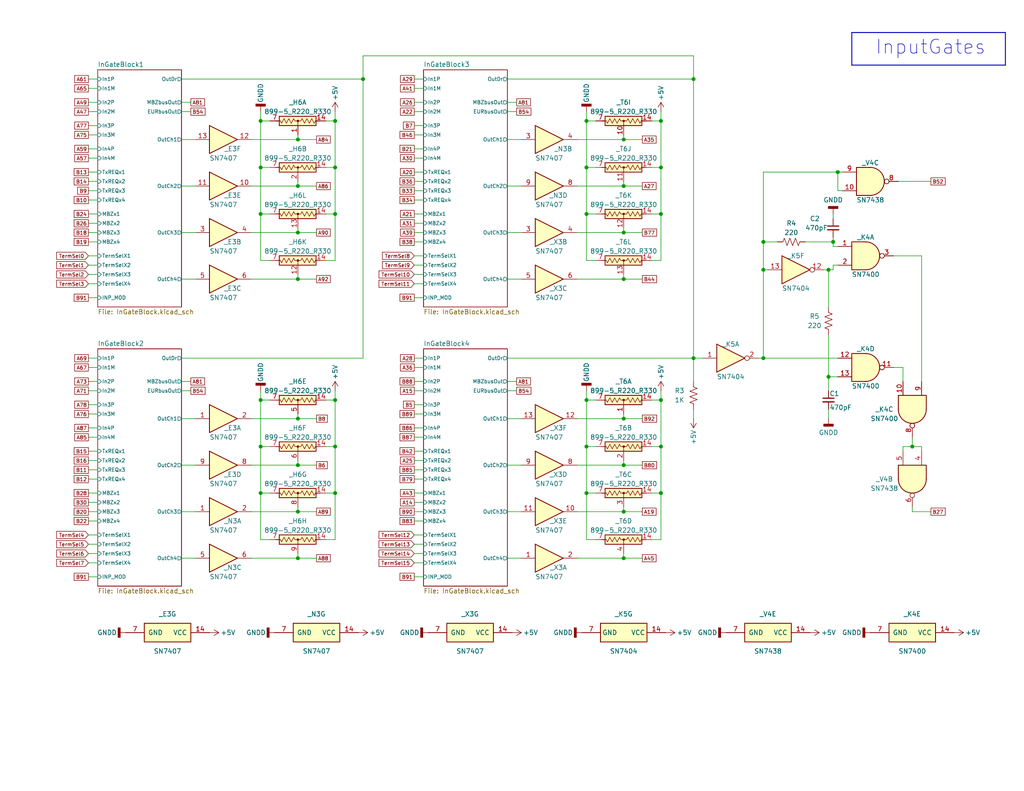
<source format=kicad_sch>
(kicad_sch (version 20230121) (generator eeschema)
  (paper "USLetter")
  (junction (at 81.28 114.3))
  (junction (at 91.44 109.22))
  (junction (at 170.18 63.5))
  (junction (at 160.02 121.92))
  (junction (at 81.28 76.2))
  (junction (at 99.06 21.59))
  (junction (at 208.28 73.66))
  (junction (at 71.12 45.72))
  (junction (at 189.23 97.79))
  (junction (at 227.33 66.04))
  (junction (at 248.92 121.92))
  (junction (at 180.34 33.02))
  (junction (at 160.02 109.22))
  (junction (at 226.06 102.87))
  (junction (at 180.34 121.92))
  (junction (at 170.18 76.2))
  (junction (at 81.28 127))
  (junction (at 81.28 139.7))
  (junction (at 170.18 139.7))
  (junction (at 160.02 134.62))
  (junction (at 71.12 121.92))
  (junction (at 71.12 109.22))
  (junction (at 226.06 73.66))
  (junction (at 160.02 33.02))
  (junction (at 170.18 114.3))
  (junction (at 71.12 33.02))
  (junction (at 71.12 58.42))
  (junction (at 91.44 33.02))
  (junction (at 208.28 66.04))
  (junction (at 228.6 46.99))
  (junction (at 91.44 121.92))
  (junction (at 180.34 109.22))
  (junction (at 71.12 134.62))
  (junction (at 91.44 58.42))
  (junction (at 81.28 63.5))
  (junction (at 189.23 21.59))
  (junction (at 208.28 97.79))
  (junction (at 91.44 134.62))
  (junction (at 170.18 38.1))
  (junction (at 81.28 38.1))
  (junction (at 180.34 134.62))
  (junction (at 81.28 50.8))
  (junction (at 91.44 45.72))
  (junction (at 170.18 152.4))
  (junction (at 180.34 45.72))
  (junction (at 160.02 45.72))
  (junction (at 160.02 58.42))
  (junction (at 170.18 50.8))
  (junction (at 180.34 58.42))
  (junction (at 170.18 127))
  (junction (at 81.28 152.4))
  (wire (pts (xy 170.18 114.3) (xy 157.48 114.3)))
  (wire (pts (xy 49.53 97.79) (xy 99.06 97.79)))
  (wire (pts (xy 91.44 106.68) (xy 91.44 109.22)))
  (wire (pts (xy 113.03 146.05) (xy 115.57 146.05)))
  (wire (pts (xy 53.34 139.7) (xy 49.53 139.7)))
  (wire (pts (xy 115.57 36.83) (xy 113.03 36.83)))
  (wire (pts (xy 170.18 113.03) (xy 170.18 114.3)))
  (wire (pts (xy 86.36 50.8) (xy 81.28 50.8)))
  (wire (pts (xy 170.18 36.83) (xy 170.18 38.1)))
  (wire (pts (xy 160.02 58.42) (xy 160.02 71.12)))
  (wire (pts (xy 26.67 125.73) (xy 24.13 125.73)))
  (wire (pts (xy 71.12 71.12) (xy 73.66 71.12)))
  (wire (pts (xy 228.6 52.07) (xy 228.6 46.99)))
  (wire (pts (xy 81.28 114.3) (xy 68.58 114.3)))
  (wire (pts (xy 180.34 109.22) (xy 180.34 121.92)))
  (wire (pts (xy 71.12 33.02) (xy 71.12 45.72)))
  (wire (pts (xy 226.06 114.3) (xy 226.06 111.76)))
  (wire (pts (xy 115.57 100.33) (xy 113.03 100.33)))
  (wire (pts (xy 81.28 50.8) (xy 68.58 50.8)))
  (wire (pts (xy 177.8 134.62) (xy 180.34 134.62)))
  (wire (pts (xy 73.66 58.42) (xy 71.12 58.42)))
  (wire (pts (xy 115.57 66.04) (xy 113.03 66.04)))
  (wire (pts (xy 208.28 66.04) (xy 208.28 73.66)))
  (wire (pts (xy 175.26 38.1) (xy 170.18 38.1)))
  (wire (pts (xy 81.28 38.1) (xy 68.58 38.1)))
  (wire (pts (xy 162.56 45.72) (xy 160.02 45.72)))
  (wire (pts (xy 115.57 77.47) (xy 113.03 77.47)))
  (wire (pts (xy 138.43 106.68) (xy 140.97 106.68)))
  (wire (pts (xy 113.03 104.14) (xy 115.57 104.14)))
  (wire (pts (xy 180.34 121.92) (xy 180.34 134.62)))
  (wire (pts (xy 71.12 121.92) (xy 71.12 134.62)))
  (wire (pts (xy 160.02 45.72) (xy 160.02 58.42)))
  (wire (pts (xy 115.57 137.16) (xy 113.03 137.16)))
  (polyline (pts (xy 274.32 17.78) (xy 274.32 8.89)) (stroke (width 0.254) (type solid)))
  (wire (pts (xy 71.12 147.32) (xy 73.66 147.32)))
  (wire (pts (xy 228.6 72.39) (xy 227.33 72.39)))
  (wire (pts (xy 180.34 33.02) (xy 180.34 45.72)))
  (wire (pts (xy 86.36 152.4) (xy 81.28 152.4)))
  (wire (pts (xy 208.28 66.04) (xy 208.28 46.99)))
  (wire (pts (xy 224.79 73.66) (xy 226.06 73.66)))
  (wire (pts (xy 113.03 46.99) (xy 115.57 46.99)))
  (wire (pts (xy 99.06 15.24) (xy 189.23 15.24)))
  (wire (pts (xy 248.92 121.92) (xy 246.38 121.92)))
  (wire (pts (xy 115.57 60.96) (xy 113.03 60.96)))
  (wire (pts (xy 170.18 62.23) (xy 170.18 63.5)))
  (wire (pts (xy 49.53 152.4) (xy 53.34 152.4)))
  (wire (pts (xy 142.24 114.3) (xy 138.43 114.3)))
  (wire (pts (xy 24.13 151.13) (xy 26.67 151.13)))
  (wire (pts (xy 24.13 58.42) (xy 26.67 58.42)))
  (wire (pts (xy 142.24 152.4) (xy 138.43 152.4)))
  (wire (pts (xy 115.57 43.18) (xy 113.03 43.18)))
  (wire (pts (xy 208.28 97.79) (xy 208.28 73.66)))
  (wire (pts (xy 248.92 119.38) (xy 248.92 121.92)))
  (wire (pts (xy 81.28 62.23) (xy 81.28 63.5)))
  (wire (pts (xy 24.13 134.62) (xy 26.67 134.62)))
  (wire (pts (xy 88.9 58.42) (xy 91.44 58.42)))
  (wire (pts (xy 49.53 63.5) (xy 53.34 63.5)))
  (wire (pts (xy 160.02 109.22) (xy 160.02 121.92)))
  (wire (pts (xy 113.03 81.28) (xy 115.57 81.28)))
  (wire (pts (xy 160.02 147.32) (xy 162.56 147.32)))
  (wire (pts (xy 81.28 152.4) (xy 68.58 152.4)))
  (wire (pts (xy 170.18 49.53) (xy 170.18 50.8)))
  (wire (pts (xy 160.02 71.12) (xy 162.56 71.12)))
  (wire (pts (xy 227.33 64.77) (xy 227.33 66.04)))
  (wire (pts (xy 91.44 109.22) (xy 91.44 121.92)))
  (wire (pts (xy 24.13 110.49) (xy 26.67 110.49)))
  (wire (pts (xy 162.56 58.42) (xy 160.02 58.42)))
  (wire (pts (xy 91.44 58.42) (xy 91.44 71.12)))
  (wire (pts (xy 24.13 97.79) (xy 26.67 97.79)))
  (wire (pts (xy 180.34 71.12) (xy 177.8 71.12)))
  (wire (pts (xy 170.18 152.4) (xy 157.48 152.4)))
  (wire (pts (xy 115.57 130.81) (xy 113.03 130.81)))
  (wire (pts (xy 227.33 67.31) (xy 227.33 66.04)))
  (wire (pts (xy 248.92 139.7) (xy 248.92 138.43)))
  (wire (pts (xy 170.18 125.73) (xy 170.18 127)))
  (wire (pts (xy 180.34 30.48) (xy 180.34 33.02)))
  (wire (pts (xy 140.97 104.14) (xy 138.43 104.14)))
  (wire (pts (xy 189.23 97.79) (xy 189.23 104.14)))
  (polyline (pts (xy 232.41 17.78) (xy 274.32 17.78)) (stroke (width 0.254) (type solid)))
  (wire (pts (xy 81.28 36.83) (xy 81.28 38.1)))
  (wire (pts (xy 115.57 54.61) (xy 113.03 54.61)))
  (wire (pts (xy 24.13 128.27) (xy 26.67 128.27)))
  (wire (pts (xy 73.66 134.62) (xy 71.12 134.62)))
  (wire (pts (xy 99.06 21.59) (xy 99.06 15.24)))
  (wire (pts (xy 162.56 121.92) (xy 160.02 121.92)))
  (wire (pts (xy 138.43 97.79) (xy 189.23 97.79)))
  (wire (pts (xy 138.43 50.8) (xy 142.24 50.8)))
  (wire (pts (xy 180.34 45.72) (xy 180.34 58.42)))
  (wire (pts (xy 227.33 72.39) (xy 227.33 73.66)))
  (wire (pts (xy 26.67 119.38) (xy 24.13 119.38)))
  (wire (pts (xy 24.13 27.94) (xy 26.67 27.94)))
  (wire (pts (xy 177.8 45.72) (xy 180.34 45.72)))
  (wire (pts (xy 81.28 151.13) (xy 81.28 152.4)))
  (wire (pts (xy 53.34 114.3) (xy 49.53 114.3)))
  (wire (pts (xy 26.67 30.48) (xy 24.13 30.48)))
  (wire (pts (xy 115.57 119.38) (xy 113.03 119.38)))
  (wire (pts (xy 88.9 45.72) (xy 91.44 45.72)))
  (wire (pts (xy 113.03 27.94) (xy 115.57 27.94)))
  (wire (pts (xy 170.18 38.1) (xy 157.48 38.1)))
  (wire (pts (xy 86.36 139.7) (xy 81.28 139.7)))
  (wire (pts (xy 26.67 43.18) (xy 24.13 43.18)))
  (wire (pts (xy 24.13 81.28) (xy 26.67 81.28)))
  (wire (pts (xy 49.53 38.1) (xy 53.34 38.1)))
  (wire (pts (xy 226.06 91.44) (xy 226.06 102.87)))
  (wire (pts (xy 113.03 134.62) (xy 115.57 134.62)))
  (wire (pts (xy 73.66 45.72) (xy 71.12 45.72)))
  (wire (pts (xy 24.13 146.05) (xy 26.67 146.05)))
  (wire (pts (xy 52.07 30.48) (xy 49.53 30.48)))
  (wire (pts (xy 71.12 106.68) (xy 71.12 109.22)))
  (wire (pts (xy 88.9 134.62) (xy 91.44 134.62)))
  (wire (pts (xy 113.03 157.48) (xy 115.57 157.48)))
  (wire (pts (xy 115.57 30.48) (xy 113.03 30.48)))
  (wire (pts (xy 180.34 134.62) (xy 180.34 147.32)))
  (wire (pts (xy 71.12 30.48) (xy 71.12 33.02)))
  (wire (pts (xy 86.36 114.3) (xy 81.28 114.3)))
  (wire (pts (xy 175.26 139.7) (xy 170.18 139.7)))
  (wire (pts (xy 81.28 74.93) (xy 81.28 76.2)))
  (wire (pts (xy 246.38 121.92) (xy 246.38 123.19)))
  (wire (pts (xy 81.28 113.03) (xy 81.28 114.3)))
  (wire (pts (xy 81.28 49.53) (xy 81.28 50.8)))
  (wire (pts (xy 24.13 104.14) (xy 26.67 104.14)))
  (wire (pts (xy 175.26 114.3) (xy 170.18 114.3)))
  (wire (pts (xy 113.03 21.59) (xy 115.57 21.59)))
  (wire (pts (xy 170.18 127) (xy 157.48 127)))
  (wire (pts (xy 113.03 116.84) (xy 115.57 116.84)))
  (wire (pts (xy 228.6 46.99) (xy 229.87 46.99)))
  (wire (pts (xy 113.03 69.85) (xy 115.57 69.85)))
  (wire (pts (xy 170.18 138.43) (xy 170.18 139.7)))
  (wire (pts (xy 175.26 127) (xy 170.18 127)))
  (wire (pts (xy 53.34 50.8) (xy 49.53 50.8)))
  (wire (pts (xy 177.8 121.92) (xy 180.34 121.92)))
  (wire (pts (xy 113.03 74.93) (xy 115.57 74.93)))
  (wire (pts (xy 138.43 21.59) (xy 189.23 21.59)))
  (wire (pts (xy 71.12 45.72) (xy 71.12 58.42)))
  (wire (pts (xy 113.03 110.49) (xy 115.57 110.49)))
  (wire (pts (xy 71.12 109.22) (xy 71.12 121.92)))
  (wire (pts (xy 115.57 148.59) (xy 113.03 148.59)))
  (wire (pts (xy 189.23 15.24) (xy 189.23 21.59)))
  (wire (pts (xy 26.67 49.53) (xy 24.13 49.53)))
  (wire (pts (xy 177.8 109.22) (xy 180.34 109.22)))
  (wire (pts (xy 226.06 73.66) (xy 226.06 83.82)))
  (wire (pts (xy 26.67 100.33) (xy 24.13 100.33)))
  (wire (pts (xy 113.03 123.19) (xy 115.57 123.19)))
  (wire (pts (xy 170.18 151.13) (xy 170.18 152.4)))
  (wire (pts (xy 24.13 34.29) (xy 26.67 34.29)))
  (wire (pts (xy 228.6 67.31) (xy 227.33 67.31)))
  (wire (pts (xy 160.02 121.92) (xy 160.02 134.62)))
  (wire (pts (xy 113.03 58.42) (xy 115.57 58.42)))
  (wire (pts (xy 86.36 76.2) (xy 81.28 76.2)))
  (wire (pts (xy 162.56 134.62) (xy 160.02 134.62)))
  (wire (pts (xy 115.57 113.03) (xy 113.03 113.03)))
  (wire (pts (xy 26.67 130.81) (xy 24.13 130.81)))
  (wire (pts (xy 189.23 114.3) (xy 189.23 111.76)))
  (wire (pts (xy 91.44 134.62) (xy 91.44 147.32)))
  (wire (pts (xy 170.18 74.93) (xy 170.18 76.2)))
  (wire (pts (xy 226.06 102.87) (xy 228.6 102.87)))
  (polyline (pts (xy 232.41 8.89) (xy 232.41 17.78)) (stroke (width 0.254) (type solid)))
  (wire (pts (xy 26.67 60.96) (xy 24.13 60.96)))
  (wire (pts (xy 227.33 73.66) (xy 226.06 73.66)))
  (wire (pts (xy 91.44 30.48) (xy 91.44 33.02)))
  (wire (pts (xy 115.57 49.53) (xy 113.03 49.53)))
  (wire (pts (xy 115.57 106.68) (xy 113.03 106.68)))
  (wire (pts (xy 49.53 106.68) (xy 52.07 106.68)))
  (wire (pts (xy 49.53 27.94) (xy 52.07 27.94)))
  (wire (pts (xy 26.67 24.13) (xy 24.13 24.13)))
  (wire (pts (xy 24.13 40.64) (xy 26.67 40.64)))
  (wire (pts (xy 91.44 121.92) (xy 91.44 134.62)))
  (wire (pts (xy 26.67 106.68) (xy 24.13 106.68)))
  (wire (pts (xy 251.46 69.85) (xy 251.46 104.14)))
  (wire (pts (xy 142.24 139.7) (xy 138.43 139.7)))
  (wire (pts (xy 142.24 38.1) (xy 138.43 38.1)))
  (wire (pts (xy 208.28 46.99) (xy 228.6 46.99)))
  (wire (pts (xy 81.28 63.5) (xy 68.58 63.5)))
  (wire (pts (xy 138.43 27.94) (xy 140.97 27.94)))
  (wire (pts (xy 86.36 63.5) (xy 81.28 63.5)))
  (wire (pts (xy 175.26 50.8) (xy 170.18 50.8)))
  (wire (pts (xy 26.67 148.59) (xy 24.13 148.59)))
  (wire (pts (xy 226.06 106.68) (xy 226.06 102.87)))
  (wire (pts (xy 86.36 127) (xy 81.28 127)))
  (wire (pts (xy 228.6 97.79) (xy 208.28 97.79)))
  (wire (pts (xy 24.13 69.85) (xy 26.67 69.85)))
  (wire (pts (xy 81.28 125.73) (xy 81.28 127)))
  (wire (pts (xy 71.12 58.42) (xy 71.12 71.12)))
  (wire (pts (xy 243.84 69.85) (xy 251.46 69.85)))
  (wire (pts (xy 170.18 63.5) (xy 157.48 63.5)))
  (wire (pts (xy 115.57 153.67) (xy 113.03 153.67)))
  (wire (pts (xy 113.03 128.27) (xy 115.57 128.27)))
  (wire (pts (xy 26.67 142.24) (xy 24.13 142.24)))
  (wire (pts (xy 81.28 138.43) (xy 81.28 139.7)))
  (wire (pts (xy 26.67 54.61) (xy 24.13 54.61)))
  (wire (pts (xy 162.56 33.02) (xy 160.02 33.02)))
  (wire (pts (xy 227.33 59.69) (xy 227.33 58.42)))
  (wire (pts (xy 24.13 63.5) (xy 26.67 63.5)))
  (wire (pts (xy 26.67 137.16) (xy 24.13 137.16)))
  (wire (pts (xy 26.67 66.04) (xy 24.13 66.04)))
  (wire (pts (xy 24.13 21.59) (xy 26.67 21.59)))
  (wire (pts (xy 113.03 139.7) (xy 115.57 139.7)))
  (wire (pts (xy 26.67 36.83) (xy 24.13 36.83)))
  (wire (pts (xy 81.28 127) (xy 68.58 127)))
  (wire (pts (xy 175.26 76.2) (xy 170.18 76.2)))
  (wire (pts (xy 191.77 97.79) (xy 189.23 97.79)))
  (wire (pts (xy 243.84 100.33) (xy 246.38 100.33)))
  (wire (pts (xy 49.53 127) (xy 53.34 127)))
  (wire (pts (xy 212.09 66.04) (xy 208.28 66.04)))
  (wire (pts (xy 73.66 33.02) (xy 71.12 33.02)))
  (wire (pts (xy 142.24 63.5) (xy 138.43 63.5)))
  (wire (pts (xy 26.67 157.48) (xy 24.13 157.48)))
  (wire (pts (xy 52.07 104.14) (xy 49.53 104.14)))
  (wire (pts (xy 88.9 109.22) (xy 91.44 109.22)))
  (wire (pts (xy 91.44 71.12) (xy 88.9 71.12)))
  (wire (pts (xy 113.03 97.79) (xy 115.57 97.79)))
  (wire (pts (xy 180.34 58.42) (xy 180.34 71.12)))
  (wire (pts (xy 26.67 72.39) (xy 24.13 72.39)))
  (wire (pts (xy 53.34 76.2) (xy 49.53 76.2)))
  (wire (pts (xy 91.44 33.02) (xy 91.44 45.72)))
  (wire (pts (xy 170.18 76.2) (xy 157.48 76.2)))
  (wire (pts (xy 251.46 121.92) (xy 248.92 121.92)))
  (wire (pts (xy 113.03 52.07) (xy 115.57 52.07)))
  (polyline (pts (xy 274.32 8.89) (xy 232.41 8.89)) (stroke (width 0.254) (type solid)))
  (wire (pts (xy 229.87 52.07) (xy 228.6 52.07)))
  (wire (pts (xy 160.02 30.48) (xy 160.02 33.02)))
  (wire (pts (xy 88.9 121.92) (xy 91.44 121.92)))
  (wire (pts (xy 91.44 45.72) (xy 91.44 58.42)))
  (wire (pts (xy 73.66 109.22) (xy 71.12 109.22)))
  (wire (pts (xy 189.23 21.59) (xy 189.23 97.79)))
  (wire (pts (xy 160.02 134.62) (xy 160.02 147.32)))
  (wire (pts (xy 251.46 123.19) (xy 251.46 121.92)))
  (wire (pts (xy 26.67 113.03) (xy 24.13 113.03)))
  (wire (pts (xy 24.13 74.93) (xy 26.67 74.93)))
  (wire (pts (xy 115.57 142.24) (xy 113.03 142.24)))
  (wire (pts (xy 142.24 127) (xy 138.43 127)))
  (wire (pts (xy 113.03 34.29) (xy 115.57 34.29)))
  (wire (pts (xy 49.53 21.59) (xy 99.06 21.59)))
  (wire (pts (xy 175.26 152.4) (xy 170.18 152.4)))
  (wire (pts (xy 115.57 125.73) (xy 113.03 125.73)))
  (wire (pts (xy 254 139.7) (xy 248.92 139.7)))
  (wire (pts (xy 26.67 153.67) (xy 24.13 153.67)))
  (wire (pts (xy 227.33 66.04) (xy 219.71 66.04)))
  (wire (pts (xy 113.03 63.5) (xy 115.57 63.5)))
  (wire (pts (xy 24.13 139.7) (xy 26.67 139.7)))
  (wire (pts (xy 99.06 97.79) (xy 99.06 21.59)))
  (wire (pts (xy 24.13 123.19) (xy 26.67 123.19)))
  (wire (pts (xy 254 49.53) (xy 245.11 49.53)))
  (wire (pts (xy 91.44 147.32) (xy 88.9 147.32)))
  (wire (pts (xy 113.03 151.13) (xy 115.57 151.13)))
  (wire (pts (xy 71.12 134.62) (xy 71.12 147.32)))
  (wire (pts (xy 24.13 52.07) (xy 26.67 52.07)))
  (wire (pts (xy 142.24 76.2) (xy 138.43 76.2)))
  (wire (pts (xy 180.34 106.68) (xy 180.34 109.22)))
  (polyline (pts (xy 274.32 8.89) (xy 232.41 8.89)))
  (wire (pts (xy 140.97 30.48) (xy 138.43 30.48)))
  (wire (pts (xy 86.36 38.1) (xy 81.28 38.1)))
  (wire (pts (xy 26.67 77.47) (xy 24.13 77.47)))
  (wire (pts (xy 24.13 46.99) (xy 26.67 46.99)))
  (wire (pts (xy 207.01 97.79) (xy 208.28 97.79)))
  (wire (pts (xy 160.02 33.02) (xy 160.02 45.72)))
  (wire (pts (xy 88.9 33.02) (xy 91.44 33.02)))
  (wire (pts (xy 180.34 147.32) (xy 177.8 147.32)))
  (wire (pts (xy 115.57 72.39) (xy 113.03 72.39)))
  (wire (pts (xy 24.13 116.84) (xy 26.67 116.84)))
  (wire (pts (xy 246.38 100.33) (xy 246.38 104.14)))
  (wire (pts (xy 73.66 121.92) (xy 71.12 121.92)))
  (wire (pts (xy 177.8 58.42) (xy 180.34 58.42)))
  (wire (pts (xy 175.26 63.5) (xy 170.18 63.5)))
  (wire (pts (xy 115.57 24.13) (xy 113.03 24.13)))
  (wire (pts (xy 208.28 73.66) (xy 209.55 73.66)))
  (wire (pts (xy 170.18 139.7) (xy 157.48 139.7)))
  (wire (pts (xy 81.28 76.2) (xy 68.58 76.2)))
  (wire (pts (xy 170.18 50.8) (xy 157.48 50.8)))
  (wire (pts (xy 177.8 33.02) (xy 180.34 33.02)))
  (wire (pts (xy 113.03 40.64) (xy 115.57 40.64)))
  (wire (pts (xy 160.02 106.68) (xy 160.02 109.22)))
  (wire (pts (xy 81.28 139.7) (xy 68.58 139.7)))
  (wire (pts (xy 162.56 109.22) (xy 160.02 109.22)))
  (text "InputGates" (at 238.76 15.24 0) (effects (font (size 3.81 3.81)) (justify left bottom)))
  (global_label "B5" (shape passive) (at 113.03 110.49 180) (effects (font (size 0.9906 0.9906))) (property "Intersheetrefs" "${INTERSHEET_REFS}" (effects hide)))
  (global_label "B33" (shape passive) (at 113.03 52.07 180) (effects (font (size 0.9906 0.9906))) (property "Intersheetrefs" "${INTERSHEET_REFS}" (effects hide)))
  (global_label "A76" (shape passive) (at 24.13 113.03 180) (effects (font (size 0.9906 0.9906))) (property "Intersheetrefs" "${INTERSHEET_REFS}" (effects hide)))
  (global_label "B54" (shape passive) (at 52.07 106.68 0) (effects (font (size 0.9906 0.9906))) (property "Intersheetrefs" "${INTERSHEET_REFS}" (effects hide)))
  (global_label "A59" (shape passive) (at 24.13 40.64 180) (effects (font (size 0.9906 0.9906))) (property "Intersheetrefs" "${INTERSHEET_REFS}" (effects hide)))
  (global_label "B54" (shape passive) (at 140.97 106.68 0) (effects (font (size 0.9906 0.9906))) (property "Intersheetrefs" "${INTERSHEET_REFS}" (effects hide)))
  (global_label "B52" (shape passive) (at 254 49.53 0) (effects (font (size 0.9906 0.9906))) (property "Intersheetrefs" "${INTERSHEET_REFS}" (effects hide)))
  (global_label "A81" (shape passive) (at 52.07 104.14 0) (effects (font (size 0.9906 0.9906))) (property "Intersheetrefs" "${INTERSHEET_REFS}" (effects hide)))
  (global_label "B26" (shape passive) (at 24.13 60.96 180) (effects (font (size 0.9906 0.9906))) (property "Intersheetrefs" "${INTERSHEET_REFS}" (effects hide)))
  (global_label "B38" (shape passive) (at 113.03 66.04 180) (effects (font (size 0.9906 0.9906))) (property "Intersheetrefs" "${INTERSHEET_REFS}" (effects hide)))
  (global_label "B77" (shape passive) (at 175.26 63.5 0) (effects (font (size 0.9906 0.9906))) (property "Intersheetrefs" "${INTERSHEET_REFS}" (effects hide)))
  (global_label "B42" (shape passive) (at 113.03 123.19 180) (effects (font (size 0.9906 0.9906))) (property "Intersheetrefs" "${INTERSHEET_REFS}" (effects hide)))
  (global_label "A57" (shape passive) (at 24.13 43.18 180) (effects (font (size 0.9906 0.9906))) (property "Intersheetrefs" "${INTERSHEET_REFS}" (effects hide)))
  (global_label "TermSel14" (shape input) (at 113.03 151.13 180) (effects (font (size 0.9906 0.9906))) (property "Intersheetrefs" "${INTERSHEET_REFS}" (effects hide)))
  (global_label "B16" (shape passive) (at 24.13 125.73 180) (effects (font (size 0.9906 0.9906))) (property "Intersheetrefs" "${INTERSHEET_REFS}" (effects hide)))
  (global_label "B27" (shape passive) (at 254 139.7 0) (effects (font (size 0.9906 0.9906))) (property "Intersheetrefs" "${INTERSHEET_REFS}" (effects hide)))
  (global_label "A87" (shape passive) (at 24.13 116.84 180) (effects (font (size 0.9906 0.9906))) (property "Intersheetrefs" "${INTERSHEET_REFS}" (effects hide)))
  (global_label "B8" (shape passive) (at 86.36 114.3 0) (effects (font (size 0.9906 0.9906))) (property "Intersheetrefs" "${INTERSHEET_REFS}" (effects hide)))
  (global_label "B15" (shape passive) (at 24.13 123.19 180) (effects (font (size 0.9906 0.9906))) (property "Intersheetrefs" "${INTERSHEET_REFS}" (effects hide)))
  (global_label "A35" (shape passive) (at 175.26 38.1 0) (effects (font (size 0.9906 0.9906))) (property "Intersheetrefs" "${INTERSHEET_REFS}" (effects hide)))
  (global_label "A81" (shape passive) (at 140.97 27.94 0) (effects (font (size 0.9906 0.9906))) (property "Intersheetrefs" "${INTERSHEET_REFS}" (effects hide)))
  (global_label "B12" (shape passive) (at 24.13 130.81 180) (effects (font (size 0.9906 0.9906))) (property "Intersheetrefs" "${INTERSHEET_REFS}" (effects hide)))
  (global_label "A81" (shape passive) (at 52.07 27.94 0) (effects (font (size 0.9906 0.9906))) (property "Intersheetrefs" "${INTERSHEET_REFS}" (effects hide)))
  (global_label "B85" (shape passive) (at 113.03 128.27 180) (effects (font (size 0.9906 0.9906))) (property "Intersheetrefs" "${INTERSHEET_REFS}" (effects hide)))
  (global_label "B88" (shape passive) (at 113.03 104.14 180) (effects (font (size 0.9906 0.9906))) (property "Intersheetrefs" "${INTERSHEET_REFS}" (effects hide)))
  (global_label "B11" (shape passive) (at 24.13 128.27 180) (effects (font (size 0.9906 0.9906))) (property "Intersheetrefs" "${INTERSHEET_REFS}" (effects hide)))
  (global_label "B34" (shape passive) (at 113.03 54.61 180) (effects (font (size 0.9906 0.9906))) (property "Intersheetrefs" "${INTERSHEET_REFS}" (effects hide)))
  (global_label "A41" (shape passive) (at 113.03 24.13 180) (effects (font (size 0.9906 0.9906))) (property "Intersheetrefs" "${INTERSHEET_REFS}" (effects hide)))
  (global_label "A19" (shape passive) (at 175.26 139.7 0) (effects (font (size 0.9906 0.9906))) (property "Intersheetrefs" "${INTERSHEET_REFS}" (effects hide)))
  (global_label "TermSel9" (shape input) (at 113.03 72.39 180) (effects (font (size 0.9906 0.9906))) (property "Intersheetrefs" "${INTERSHEET_REFS}" (effects hide)))
  (global_label "B44" (shape passive) (at 175.26 76.2 0) (effects (font (size 0.9906 0.9906))) (property "Intersheetrefs" "${INTERSHEET_REFS}" (effects hide)))
  (global_label "A31" (shape passive) (at 113.03 60.96 180) (effects (font (size 0.9906 0.9906))) (property "Intersheetrefs" "${INTERSHEET_REFS}" (effects hide)))
  (global_label "A67" (shape passive) (at 24.13 100.33 180) (effects (font (size 0.9906 0.9906))) (property "Intersheetrefs" "${INTERSHEET_REFS}" (effects hide)))
  (global_label "A75" (shape passive) (at 24.13 36.83 180) (effects (font (size 0.9906 0.9906))) (property "Intersheetrefs" "${INTERSHEET_REFS}" (effects hide)))
  (global_label "TermSel5" (shape input) (at 24.13 148.59 180) (effects (font (size 0.9906 0.9906))) (property "Intersheetrefs" "${INTERSHEET_REFS}" (effects hide)))
  (global_label "A69" (shape passive) (at 24.13 97.79 180) (effects (font (size 0.9906 0.9906))) (property "Intersheetrefs" "${INTERSHEET_REFS}" (effects hide)))
  (global_label "B91" (shape passive) (at 24.13 81.28 180) (effects (font (size 0.9906 0.9906))) (property "Intersheetrefs" "${INTERSHEET_REFS}" (effects hide)))
  (global_label "B6" (shape passive) (at 86.36 127 0) (effects (font (size 0.9906 0.9906))) (property "Intersheetrefs" "${INTERSHEET_REFS}" (effects hide)))
  (global_label "TermSel0" (shape input) (at 24.13 69.85 180) (effects (font (size 0.9906 0.9906))) (property "Intersheetrefs" "${INTERSHEET_REFS}" (effects hide)))
  (global_label "A45" (shape passive) (at 175.26 152.4 0) (effects (font (size 0.9906 0.9906))) (property "Intersheetrefs" "${INTERSHEET_REFS}" (effects hide)))
  (global_label "A14" (shape passive) (at 113.03 137.16 180) (effects (font (size 0.9906 0.9906))) (property "Intersheetrefs" "${INTERSHEET_REFS}" (effects hide)))
  (global_label "B91" (shape passive) (at 113.03 157.48 180) (effects (font (size 0.9906 0.9906))) (property "Intersheetrefs" "${INTERSHEET_REFS}" (effects hide)))
  (global_label "B54" (shape passive) (at 52.07 30.48 0) (effects (font (size 0.9906 0.9906))) (property "Intersheetrefs" "${INTERSHEET_REFS}" (effects hide)))
  (global_label "TermSel4" (shape input) (at 24.13 146.05 180) (effects (font (size 0.9906 0.9906))) (property "Intersheetrefs" "${INTERSHEET_REFS}" (effects hide)))
  (global_label "A84" (shape passive) (at 86.36 38.1 0) (effects (font (size 0.9906 0.9906))) (property "Intersheetrefs" "${INTERSHEET_REFS}" (effects hide)))
  (global_label "TermSel8" (shape input) (at 113.03 69.85 180) (effects (font (size 0.9906 0.9906))) (property "Intersheetrefs" "${INTERSHEET_REFS}" (effects hide)))
  (global_label "TermSel15" (shape input) (at 113.03 153.67 180) (effects (font (size 0.9906 0.9906))) (property "Intersheetrefs" "${INTERSHEET_REFS}" (effects hide)))
  (global_label "B19" (shape passive) (at 24.13 66.04 180) (effects (font (size 0.9906 0.9906))) (property "Intersheetrefs" "${INTERSHEET_REFS}" (effects hide)))
  (global_label "TermSel10" (shape input) (at 113.03 74.93 180) (effects (font (size 0.9906 0.9906))) (property "Intersheetrefs" "${INTERSHEET_REFS}" (effects hide)))
  (global_label "B79" (shape passive) (at 113.03 130.81 180) (effects (font (size 0.9906 0.9906))) (property "Intersheetrefs" "${INTERSHEET_REFS}" (effects hide)))
  (global_label "B92" (shape passive) (at 175.26 114.3 0) (effects (font (size 0.9906 0.9906))) (property "Intersheetrefs" "${INTERSHEET_REFS}" (effects hide)))
  (global_label "TermSel11" (shape input) (at 113.03 77.47 180) (effects (font (size 0.9906 0.9906))) (property "Intersheetrefs" "${INTERSHEET_REFS}" (effects hide)))
  (global_label "A89" (shape passive) (at 86.36 139.7 0) (effects (font (size 0.9906 0.9906))) (property "Intersheetrefs" "${INTERSHEET_REFS}" (effects hide)))
  (global_label "A90" (shape passive) (at 86.36 63.5 0) (effects (font (size 0.9906 0.9906))) (property "Intersheetrefs" "${INTERSHEET_REFS}" (effects hide)))
  (global_label "TermSel7" (shape input) (at 24.13 153.67 180) (effects (font (size 0.9906 0.9906))) (property "Intersheetrefs" "${INTERSHEET_REFS}" (effects hide)))
  (global_label "B91" (shape passive) (at 113.03 81.28 180) (effects (font (size 0.9906 0.9906))) (property "Intersheetrefs" "${INTERSHEET_REFS}" (effects hide)))
  (global_label "A81" (shape passive) (at 140.97 104.14 0) (effects (font (size 0.9906 0.9906))) (property "Intersheetrefs" "${INTERSHEET_REFS}" (effects hide)))
  (global_label "B22" (shape passive) (at 24.13 142.24 180) (effects (font (size 0.9906 0.9906))) (property "Intersheetrefs" "${INTERSHEET_REFS}" (effects hide)))
  (global_label "A61" (shape passive) (at 24.13 21.59 180) (effects (font (size 0.9906 0.9906))) (property "Intersheetrefs" "${INTERSHEET_REFS}" (effects hide)))
  (global_label "TermSel13" (shape input) (at 113.03 148.59 180) (effects (font (size 0.9906 0.9906))) (property "Intersheetrefs" "${INTERSHEET_REFS}" (effects hide)))
  (global_label "A73" (shape passive) (at 24.13 104.14 180) (effects (font (size 0.9906 0.9906))) (property "Intersheetrefs" "${INTERSHEET_REFS}" (effects hide)))
  (global_label "B90" (shape passive) (at 113.03 139.7 180) (effects (font (size 0.9906 0.9906))) (property "Intersheetrefs" "${INTERSHEET_REFS}" (effects hide)))
  (global_label "A20" (shape passive) (at 113.03 46.99 180) (effects (font (size 0.9906 0.9906))) (property "Intersheetrefs" "${INTERSHEET_REFS}" (effects hide)))
  (global_label "B20" (shape passive) (at 24.13 139.7 180) (effects (font (size 0.9906 0.9906))) (property "Intersheetrefs" "${INTERSHEET_REFS}" (effects hide)))
  (global_label "A86" (shape passive) (at 86.36 50.8 0) (effects (font (size 0.9906 0.9906))) (property "Intersheetrefs" "${INTERSHEET_REFS}" (effects hide)))
  (global_label "TermSel12" (shape input) (at 113.03 146.05 180) (effects (font (size 0.9906 0.9906))) (property "Intersheetrefs" "${INTERSHEET_REFS}" (effects hide)))
  (global_label "B91" (shape passive) (at 24.13 157.48 180) (effects (font (size 0.9906 0.9906))) (property "Intersheetrefs" "${INTERSHEET_REFS}" (effects hide)))
  (global_label "TermSel3" (shape input) (at 24.13 77.47 180) (effects (font (size 0.9906 0.9906))) (property "Intersheetrefs" "${INTERSHEET_REFS}" (effects hide)))
  (global_label "A92" (shape passive) (at 86.36 76.2 0) (effects (font (size 0.9906 0.9906))) (property "Intersheetrefs" "${INTERSHEET_REFS}" (effects hide)))
  (global_label "TermSel6" (shape input) (at 24.13 151.13 180) (effects (font (size 0.9906 0.9906))) (property "Intersheetrefs" "${INTERSHEET_REFS}" (effects hide)))
  (global_label "A77" (shape passive) (at 24.13 34.29 180) (effects (font (size 0.9906 0.9906))) (property "Intersheetrefs" "${INTERSHEET_REFS}" (effects hide)))
  (global_label "A15" (shape passive) (at 113.03 106.68 180) (effects (font (size 0.9906 0.9906))) (property "Intersheetrefs" "${INTERSHEET_REFS}" (effects hide)))
  (global_label "A29" (shape passive) (at 113.03 21.59 180) (effects (font (size 0.9906 0.9906))) (property "Intersheetrefs" "${INTERSHEET_REFS}" (effects hide)))
  (global_label "A22" (shape passive) (at 113.03 30.48 180) (effects (font (size 0.9906 0.9906))) (property "Intersheetrefs" "${INTERSHEET_REFS}" (effects hide)))
  (global_label "A47" (shape passive) (at 24.13 30.48 180) (effects (font (size 0.9906 0.9906))) (property "Intersheetrefs" "${INTERSHEET_REFS}" (effects hide)))
  (global_label "B54" (shape passive) (at 140.97 30.48 0) (effects (font (size 0.9906 0.9906))) (property "Intersheetrefs" "${INTERSHEET_REFS}" (effects hide)))
  (global_label "B30" (shape passive) (at 24.13 137.16 180) (effects (font (size 0.9906 0.9906))) (property "Intersheetrefs" "${INTERSHEET_REFS}" (effects hide)))
  (global_label "TermSel2" (shape input) (at 24.13 74.93 180) (effects (font (size 0.9906 0.9906))) (property "Intersheetrefs" "${INTERSHEET_REFS}" (effects hide)))
  (global_label "A39" (shape passive) (at 113.03 63.5 180) (effects (font (size 0.9906 0.9906))) (property "Intersheetrefs" "${INTERSHEET_REFS}" (effects hide)))
  (global_label "B46" (shape passive) (at 113.03 36.83 180) (effects (font (size 0.9906 0.9906))) (property "Intersheetrefs" "${INTERSHEET_REFS}" (effects hide)))
  (global_label "A65" (shape passive) (at 24.13 24.13 180) (effects (font (size 0.9906 0.9906))) (property "Intersheetrefs" "${INTERSHEET_REFS}" (effects hide)))
  (global_label "A78" (shape passive) (at 24.13 110.49 180) (effects (font (size 0.9906 0.9906))) (property "Intersheetrefs" "${INTERSHEET_REFS}" (effects hide)))
  (global_label "A26" (shape passive) (at 113.03 27.94 180) (effects (font (size 0.9906 0.9906))) (property "Intersheetrefs" "${INTERSHEET_REFS}" (effects hide)))
  (global_label "A85" (shape passive) (at 24.13 119.38 180) (effects (font (size 0.9906 0.9906))) (property "Intersheetrefs" "${INTERSHEET_REFS}" (effects hide)))
  (global_label "B24" (shape passive) (at 24.13 58.42 180) (effects (font (size 0.9906 0.9906))) (property "Intersheetrefs" "${INTERSHEET_REFS}" (effects hide)))
  (global_label "A88" (shape passive) (at 86.36 152.4 0) (effects (font (size 0.9906 0.9906))) (property "Intersheetrefs" "${INTERSHEET_REFS}" (effects hide)))
  (global_label "A27" (shape passive) (at 175.26 50.8 0) (effects (font (size 0.9906 0.9906))) (property "Intersheetrefs" "${INTERSHEET_REFS}" (effects hide)))
  (global_label "A43" (shape passive) (at 113.03 134.62 180) (effects (font (size 0.9906 0.9906))) (property "Intersheetrefs" "${INTERSHEET_REFS}" (effects hide)))
  (global_label "A30" (shape passive) (at 113.03 43.18 180) (effects (font (size 0.9906 0.9906))) (property "Intersheetrefs" "${INTERSHEET_REFS}" (effects hide)))
  (global_label "A28" (shape passive) (at 113.03 97.79 180) (effects (font (size 0.9906 0.9906))) (property "Intersheetrefs" "${INTERSHEET_REFS}" (effects hide)))
  (global_label "B13" (shape passive) (at 24.13 46.99 180) (effects (font (size 0.9906 0.9906))) (property "Intersheetrefs" "${INTERSHEET_REFS}" (effects hide)))
  (global_label "B14" (shape passive) (at 24.13 49.53 180) (effects (font (size 0.9906 0.9906))) (property "Intersheetrefs" "${INTERSHEET_REFS}" (effects hide)))
  (global_label "B21" (shape passive) (at 113.03 40.64 180) (effects (font (size 0.9906 0.9906))) (property "Intersheetrefs" "${INTERSHEET_REFS}" (effects hide)))
  (global_label "B80" (shape passive) (at 175.26 127 0) (effects (font (size 0.9906 0.9906))) (property "Intersheetrefs" "${INTERSHEET_REFS}" (effects hide)))
  (global_label "B86" (shape passive) (at 113.03 116.84 180) (effects (font (size 0.9906 0.9906))) (property "Intersheetrefs" "${INTERSHEET_REFS}" (effects hide)))
  (global_label "B87" (shape passive) (at 113.03 119.38 180) (effects (font (size 0.9906 0.9906))) (property "Intersheetrefs" "${INTERSHEET_REFS}" (effects hide)))
  (global_label "B89" (shape passive) (at 113.03 113.03 180) (effects (font (size 0.9906 0.9906))) (property "Intersheetrefs" "${INTERSHEET_REFS}" (effects hide)))
  (global_label "B28" (shape passive) (at 24.13 134.62 180) (effects (font (size 0.9906 0.9906))) (property "Intersheetrefs" "${INTERSHEET_REFS}" (effects hide)))
  (global_label "B9" (shape passive) (at 24.13 52.07 180) (effects (font (size 0.9906 0.9906))) (property "Intersheetrefs" "${INTERSHEET_REFS}" (effects hide)))
  (global_label "A36" (shape passive) (at 113.03 100.33 180) (effects (font (size 0.9906 0.9906))) (property "Intersheetrefs" "${INTERSHEET_REFS}" (effects hide)))
  (global_label "B18" (shape passive) (at 24.13 63.5 180) (effects (font (size 0.9906 0.9906))) (property "Intersheetrefs" "${INTERSHEET_REFS}" (effects hide)))
  (global_label "A71" (shape passive) (at 24.13 106.68 180) (effects (font (size 0.9906 0.9906))) (property "Intersheetrefs" "${INTERSHEET_REFS}" (effects hide)))
  (global_label "B10" (shape passive) (at 24.13 54.61 180) (effects (font (size 0.9906 0.9906))) (property "Intersheetrefs" "${INTERSHEET_REFS}" (effects hide)))
  (global_label "A25" (shape passive) (at 113.03 125.73 180) (effects (font (size 0.9906 0.9906))) (property "Intersheetrefs" "${INTERSHEET_REFS}" (effects hide)))
  (global_label "TermSel1" (shape input) (at 24.13 72.39 180) (effects (font (size 0.9906 0.9906))) (property "Intersheetrefs" "${INTERSHEET_REFS}" (effects hide)))
  (global_label "B83" (shape passive) (at 113.03 142.24 180) (effects (font (size 0.9906 0.9906))) (property "Intersheetrefs" "${INTERSHEET_REFS}" (effects hide)))
  (global_label "A49" (shape passive) (at 24.13 27.94 180) (effects (font (size 0.9906 0.9906))) (property "Intersheetrefs" "${INTERSHEET_REFS}" (effects hide)))
  (global_label "B7" (shape passive) (at 113.03 34.29 180) (effects (font (size 0.9906 0.9906))) (property "Intersheetrefs" "${INTERSHEET_REFS}" (effects hide)))
  (global_label "A21" (shape passive) (at 113.03 58.42 180) (effects (font (size 0.9906 0.9906))) (property "Intersheetrefs" "${INTERSHEET_REFS}" (effects hide)))
  (global_label "B36" (shape passive) (at 113.03 49.53 180) (effects (font (size 0.9906 0.9906))) (property "Intersheetrefs" "${INTERSHEET_REFS}" (effects hide)))
  (symbol (lib_id "local:SN7407") (at 60.96 114.3 0) (unit 1)
    (property "Reference" "_E3" (at 63.5 116.84 0))
    (property "Value" "SN7407" (at 60.96 119.38 0))
    (property "Footprint" "local:DIP-14_W7.62mm" (effects hide))
  )
  (symbol (lib_id "local:SN7407") (at 60.96 63.5 0) (unit 2)
    (property "Reference" "_E3" (at 63.5 66.04 0))
    (property "Value" "SN7407" (at 60.96 68.58 0))
    (property "Footprint" "local:DIP-14_W7.62mm" (effects hide))
  )
  (symbol (lib_id "local:SN7407") (at 60.96 76.2 0) (unit 3)
    (property "Reference" "_E3" (at 63.5 78.74 0))
    (property "Value" "SN7407" (at 60.96 81.28 0))
    (property "Footprint" "local:DIP-14_W7.62mm" (effects hide))
  )
  (symbol (lib_id "local:SN7407") (at 60.96 127 0) (unit 4)
    (property "Reference" "_E3" (at 63.5 129.54 0))
    (property "Value" "SN7407" (at 60.96 132.08 0))
    (property "Footprint" "local:DIP-14_W7.62mm" (effects hide))
  )
  (symbol (lib_id "local:SN7407") (at 60.96 50.8 0) (unit 5)
    (property "Reference" "_E3" (at 63.5 53.34 0))
    (property "Value" "SN7407" (at 60.96 55.88 0))
    (property "Footprint" "local:DIP-14_W7.62mm" (effects hide))
  )
  (symbol (lib_id "local:SN7407") (at 60.96 38.1 0) (unit 6)
    (property "Reference" "_E3" (at 63.5 40.64 0))
    (property "Value" "SN7407" (at 60.96 43.18 0))
    (property "Footprint" "local:DIP-14_W7.62mm" (effects hide))
  )
  (symbol (lib_id "local:SN7407") (at 86.36 172.72 0) (unit 7)
    (property "Reference" "_N3" (at 86.36 167.64 0))
    (property "Value" "SN7407" (at 86.36 177.8 0))
    (property "Footprint" "local:DIP-14_W7.62mm" (effects hide))
  )
  (symbol (lib_id "local:SN7407") (at 60.96 139.7 0) (unit 1)
    (property "Reference" "_N3" (at 63.5 142.24 0))
    (property "Value" "SN7407" (at 60.96 144.78 0))
    (property "Footprint" "local:DIP-14_W7.62mm" (effects hide))
  )
  (symbol (lib_id "local:SN7407") (at 149.86 38.1 0) (unit 2)
    (property "Reference" "_N3" (at 153.67 40.64 0))
    (property "Value" "SN7407" (at 149.86 43.18 0))
    (property "Footprint" "local:DIP-14_W7.62mm" (effects hide))
  )
  (symbol (lib_id "local:SN7407") (at 60.96 152.4 0) (unit 3)
    (property "Reference" "_N3" (at 63.5 154.94 0))
    (property "Value" "SN7407" (at 60.96 157.48 0))
    (property "Footprint" "local:DIP-14_W7.62mm" (effects hide))
  )
  (symbol (lib_id "local:SN7407") (at 149.86 50.8 0) (unit 4)
    (property "Reference" "_N3" (at 152.4 53.34 0))
    (property "Value" "SN7407" (at 149.86 55.88 0))
    (property "Footprint" "local:DIP-14_W7.62mm" (effects hide))
  )
  (symbol (lib_id "local:SN7407") (at 45.72 172.72 0) (unit 7)
    (property "Reference" "_E3" (at 45.72 167.64 0))
    (property "Value" "SN7407" (at 45.72 177.8 0))
    (property "Footprint" "local:DIP-14_W7.62mm" (effects hide))
  )
  (symbol (lib_id "local:SN7407") (at 149.86 139.7 0) (unit 5)
    (property "Reference" "_X3" (at 152.4 142.24 0))
    (property "Value" "SN7407" (at 149.86 144.78 0))
    (property "Footprint" "local:DIP-14_W7.62mm" (effects hide))
  )
  (symbol (lib_id "local:SN7407") (at 149.86 114.3 0) (unit 6)
    (property "Reference" "_X3" (at 152.4 116.84 0))
    (property "Value" "SN7407" (at 149.86 119.38 0))
    (property "Footprint" "local:DIP-14_W7.62mm" (effects hide))
  )
  (symbol (lib_id "local:SN7407") (at 128.27 172.72 0) (unit 7)
    (property "Reference" "_X3" (at 128.27 167.64 0))
    (property "Value" "SN7407" (at 128.27 177.8 0))
    (property "Footprint" "local:DIP-14_W7.62mm" (effects hide))
  )
  (symbol (lib_id "local:SN7407") (at 149.86 127 0) (unit 4)
    (property "Reference" "_X3" (at 152.4 129.54 0))
    (property "Value" "SN7407" (at 149.86 132.08 0))
    (property "Footprint" "local:DIP-14_W7.62mm" (effects hide))
  )
  (symbol (lib_id "local:SN7407") (at 149.86 63.5 0) (unit 2)
    (property "Reference" "_X3" (at 152.4 66.04 0))
    (property "Value" "SN7407" (at 149.86 68.58 0))
    (property "Footprint" "local:DIP-14_W7.62mm" (effects hide))
  )
  (symbol (lib_id "local:SN7407") (at 149.86 76.2 0) (unit 3)
    (property "Reference" "_X3" (at 152.4 78.74 0))
    (property "Value" "SN7407" (at 149.86 81.28 0))
    (property "Footprint" "local:DIP-14_W7.62mm" (effects hide))
  )
  (symbol (lib_id "local:SN7407") (at 149.86 152.4 0) (unit 1)
    (property "Reference" "_X3" (at 152.4 154.94 0))
    (property "Value" "SN7407" (at 149.86 157.48 0))
    (property "Footprint" "local:DIP-14_W7.62mm" (effects hide))
  )
  (symbol (lib_id "power:GNDD") (at 34.29 172.72 270) (unit 1)
    (property "Reference" "#PWR01" (effects hide))
    (property "Value" "GNDD" (at 29.21 172.72 90))
    (instances (project "HexPerTerminal" (path "" (reference "#PWR01") (unit 1)) (path "" (reference "#PWR?") (unit 1))))
  )
  (symbol (lib_id "power:+5V") (at 57.15 172.72 270) (unit 1)
    (property "Reference" "#PWR05" (effects hide))
    (property "Value" "+5V" (at 62.23 172.72 90))
    (instances (project "HexPerTerminal" (path "" (reference "#PWR05") (unit 1)) (path "" (reference "#PWR?") (unit 1))))
  )
  (symbol (lib_id "power:GNDD") (at 74.93 172.72 270) (unit 1)
    (property "Reference" "#PWR02" (effects hide))
    (property "Value" "GNDD" (at 69.85 172.72 90))
    (instances (project "HexPerTerminal" (path "" (reference "#PWR02") (unit 1)) (path "" (reference "#PWR?") (unit 1))))
  )
  (symbol (lib_id "power:+5V") (at 97.79 172.72 270) (unit 1)
    (property "Reference" "#PWR06" (effects hide))
    (property "Value" "+5V" (at 102.87 172.72 90))
    (instances (project "HexPerTerminal" (path "" (reference "#PWR06") (unit 1)) (path "" (reference "#PWR?") (unit 1))))
  )
  (symbol (lib_id "power:GNDD") (at 116.84 172.72 270) (unit 1)
    (property "Reference" "#PWR010" (effects hide))
    (property "Value" "GNDD" (at 111.76 172.72 90))
    (instances (project "HexPerTerminal" (path "" (reference "#PWR010") (unit 1)) (path "" (reference "#PWR?") (unit 1))))
  )
  (symbol (lib_id "power:+5V") (at 139.7 172.72 270) (unit 1)
    (property "Reference" "#PWR011" (effects hide))
    (property "Value" "+5V" (at 144.78 172.72 90))
    (instances (project "HexPerTerminal" (path "" (reference "#PWR011") (unit 1)) (path "" (reference "#PWR?") (unit 1))))
  )
  (symbol (lib_id "local:899-5_R220_R330") (at 81.28 33.02 0) (mirror x) (unit 1)
    (property "Reference" "_H6" (at 81.28 27.94 0))
    (property "Value" "899-5_R220_R330" (at 81.28 30.48 0))
    (property "Footprint" "local:DIP-18_dualRnetwork" (effects hide))
    (instances (project "HexPerTerminal" (path "" (reference "_H6") (unit 1)) (path "" (reference "RN?") (unit 2))))
  )
  (symbol (lib_id "local:899-5_R220_R330") (at 81.28 121.92 0) (mirror x) (unit 6)
    (property "Reference" "_H6" (at 81.28 116.84 0))
    (property "Value" "899-5_R220_R330" (at 81.28 119.38 0))
    (property "Footprint" "local:DIP-18_dualRnetwork" (effects hide))
    (instances (project "HexPerTerminal" (path "" (reference "_H6") (unit 6)) (path "" (reference "RN?") (unit 3))))
  )
  (symbol (lib_id "local:899-5_R220_R330") (at 81.28 45.72 0) (mirror x) (unit 2)
    (property "Reference" "_H6" (at 81.28 40.64 0))
    (property "Value" "899-5_R220_R330" (at 81.28 43.18 0))
    (property "Footprint" "local:DIP-18_dualRnetwork" (effects hide))
    (instances (project "HexPerTerminal" (path "" (reference "_H6") (unit 2)) (path "" (reference "RN?") (unit 4))))
  )
  (symbol (lib_id "local:899-5_R220_R330") (at 81.28 71.12 0) (mirror x) (unit 11)
    (property "Reference" "_H6" (at 81.28 66.04 0))
    (property "Value" "899-5_R220_R330" (at 81.28 68.58 0))
    (property "Footprint" "local:DIP-18_dualRnetwork" (effects hide))
    (instances (project "HexPerTerminal" (path "" (reference "_H6") (unit 11)) (path "" (reference "RN?") (unit 5))))
  )
  (symbol (lib_id "local:899-5_R220_R330") (at 81.28 109.22 0) (mirror x) (unit 5)
    (property "Reference" "_H6" (at 81.28 104.14 0))
    (property "Value" "899-5_R220_R330" (at 81.28 106.68 0))
    (property "Footprint" "local:DIP-18_dualRnetwork" (effects hide))
    (instances (project "HexPerTerminal" (path "" (reference "_H6") (unit 5)) (path "" (reference "RN?") (unit 6))))
  )
  (symbol (lib_id "local:899-5_R220_R330") (at 81.28 58.42 0) (mirror x) (unit 12)
    (property "Reference" "_H6" (at 81.28 53.34 0))
    (property "Value" "899-5_R220_R330" (at 81.28 55.88 0))
    (property "Footprint" "local:DIP-18_dualRnetwork" (effects hide))
    (instances (project "HexPerTerminal" (path "" (reference "_H6") (unit 12)) (path "" (reference "RN?") (unit 8))))
  )
  (symbol (lib_id "local:899-5_R220_R330") (at 81.28 147.32 0) (mirror x) (unit 8)
    (property "Reference" "_H6" (at 81.28 142.24 0))
    (property "Value" "899-5_R220_R330" (at 81.28 144.78 0))
    (property "Footprint" "local:DIP-18_dualRnetwork" (effects hide))
    (instances (project "HexPerTerminal" (path "" (reference "_H6") (unit 8)) (path "" (reference "RN?") (unit 10))))
  )
  (symbol (lib_id "local:899-5_R220_R330") (at 81.28 134.62 0) (mirror x) (unit 7)
    (property "Reference" "_H6" (at 81.28 129.54 0))
    (property "Value" "899-5_R220_R330" (at 81.28 132.08 0))
    (property "Footprint" "local:DIP-18_dualRnetwork" (effects hide))
    (instances (project "HexPerTerminal" (path "" (reference "_H6") (unit 7)) (path "" (reference "RN?") (unit 12))))
  )
  (symbol (lib_id "local:899-5_R220_R330") (at 170.18 33.02 0) (mirror x) (unit 9)
    (property "Reference" "_T6" (at 170.18 27.94 0))
    (property "Value" "899-5_R220_R330" (at 170.18 30.48 0))
    (property "Footprint" "local:DIP-18_dualRnetwork" (effects hide))
    (instances (project "HexPerTerminal" (path "" (reference "_T6") (unit 9)) (path "" (reference "RN?") (unit 3))))
  )
  (symbol (lib_id "local:899-5_R220_R330") (at 170.18 71.12 0) (mirror x) (unit 12)
    (property "Reference" "_T6" (at 170.18 66.04 0))
    (property "Value" "899-5_R220_R330" (at 170.18 68.58 0))
    (property "Footprint" "local:DIP-18_dualRnetwork" (effects hide))
    (instances (project "HexPerTerminal" (path "" (reference "_T6") (unit 12)) (path "" (reference "RN?") (unit 4))))
  )
  (symbol (lib_id "local:899-5_R220_R330") (at 170.18 45.72 0) (mirror x) (unit 10)
    (property "Reference" "_T6" (at 170.18 40.64 0))
    (property "Value" "899-5_R220_R330" (at 170.18 43.18 0))
    (property "Footprint" "local:DIP-18_dualRnetwork" (effects hide))
    (instances (project "HexPerTerminal" (path "" (reference "_T6") (unit 10)) (path "" (reference "RN?") (unit 5))))
  )
  (symbol (lib_id "local:899-5_R220_R330") (at 170.18 58.42 0) (mirror x) (unit 11)
    (property "Reference" "_T6" (at 170.18 53.34 0))
    (property "Value" "899-5_R220_R330" (at 170.18 55.88 0))
    (property "Footprint" "local:DIP-18_dualRnetwork" (effects hide))
    (instances (project "HexPerTerminal" (path "" (reference "_T6") (unit 11)) (path "" (reference "RN?") (unit 6))))
  )
  (symbol (lib_id "local:899-5_R220_R330") (at 170.18 121.92 0) (mirror x) (unit 2)
    (property "Reference" "_T6" (at 170.18 116.84 0))
    (property "Value" "899-5_R220_R330" (at 170.18 119.38 0))
    (property "Footprint" "local:DIP-18_dualRnetwork" (effects hide))
    (instances (project "HexPerTerminal" (path "" (reference "_T6") (unit 2)) (path "" (reference "RN?") (unit 8))))
  )
  (symbol (lib_id "local:899-5_R220_R330") (at 170.18 109.22 0) (mirror x) (unit 1)
    (property "Reference" "_T6" (at 170.18 104.14 0))
    (property "Value" "899-5_R220_R330" (at 170.18 106.68 0))
    (property "Footprint" "local:DIP-18_dualRnetwork" (effects hide))
    (instances (project "HexPerTerminal" (path "" (reference "_T6") (unit 1)) (path "" (reference "RN?") (unit 9))))
  )
  (symbol (lib_id "local:899-5_R220_R330") (at 170.18 147.32 0) (mirror x) (unit 4)
    (property "Reference" "_T6" (at 170.18 142.24 0))
    (property "Value" "899-5_R220_R330" (at 170.18 144.78 0))
    (property "Footprint" "local:DIP-18_dualRnetwork" (effects hide))
    (instances (project "HexPerTerminal" (path "" (reference "_T6") (unit 4)) (path "" (reference "RN?") (unit 10))))
  )
  (symbol (lib_id "local:899-5_R220_R330") (at 170.18 134.62 0) (mirror x) (unit 3)
    (property "Reference" "_T6" (at 170.18 129.54 0))
    (property "Value" "899-5_R220_R330" (at 170.18 132.08 0))
    (property "Footprint" "local:DIP-18_dualRnetwork" (effects hide))
    (instances (project "HexPerTerminal" (path "" (reference "_T6") (unit 3)) (path "" (reference "RN?") (unit 12))))
  )
  (symbol (lib_id "power:GNDD") (at 71.12 30.48 180) (unit 1)
    (property "Reference" "#PWR03" (effects hide))
    (property "Value" "GNDD" (at 71.12 25.4 90))
    (instances (project "HexPerTerminal" (path "" (reference "#PWR03") (unit 1)) (path "" (reference "#PWR?") (unit 1))))
  )
  (symbol (lib_id "power:+5V") (at 91.44 30.48 0) (unit 1)
    (property "Reference" "#PWR07" (effects hide))
    (property "Value" "+5V" (at 91.44 25.4 90))
    (instances (project "HexPerTerminal" (path "" (reference "#PWR07") (unit 1)) (path "" (reference "#PWR?") (unit 1))))
  )
  (symbol (lib_id "power:GNDD") (at 160.02 106.68 180) (unit 1)
    (property "Reference" "#PWR015" (effects hide))
    (property "Value" "GNDD" (at 160.02 101.6 90))
    (instances (project "HexPerTerminal" (path "" (reference "#PWR015") (unit 1)) (path "" (reference "#PWR?") (unit 1))))
  )
  (symbol (lib_id "power:+5V") (at 180.34 106.68 0) (unit 1)
    (property "Reference" "#PWR017" (effects hide))
    (property "Value" "+5V" (at 180.34 101.6 90))
    (instances (project "HexPerTerminal" (path "" (reference "#PWR017") (unit 1)) (path "" (reference "#PWR?") (unit 1))))
  )
  (symbol (lib_id "power:GNDD") (at 71.12 106.68 180) (unit 1)
    (property "Reference" "#PWR04" (effects hide))
    (property "Value" "GNDD" (at 71.12 101.6 90))
    (instances (project "HexPerTerminal" (path "" (reference "#PWR04") (unit 1)) (path "" (reference "#PWR?") (unit 1))))
  )
  (symbol (lib_id "power:+5V") (at 91.44 106.68 0) (unit 1)
    (property "Reference" "#PWR08" (effects hide))
    (property "Value" "+5V" (at 91.44 101.6 90))
    (instances (project "HexPerTerminal" (path "" (reference "#PWR08") (unit 1)) (path "" (reference "#PWR?") (unit 1))))
  )
  (symbol (lib_id "power:GNDD") (at 160.02 30.48 180) (unit 1)
    (property "Reference" "#PWR014" (effects hide))
    (property "Value" "GNDD" (at 160.02 25.4 90))
    (instances (project "HexPerTerminal" (path "" (reference "#PWR014") (unit 1)) (path "" (reference "#PWR?") (unit 1))))
  )
  (symbol (lib_id "power:+5V") (at 180.34 30.48 0) (unit 1)
    (property "Reference" "#PWR016" (effects hide))
    (property "Value" "+5V" (at 180.34 25.4 90))
    (instances (project "HexPerTerminal" (path "" (reference "#PWR016") (unit 1)) (path "" (reference "#PWR?") (unit 1))))
  )
  (symbol (lib_id "local:SN7404") (at 199.39 97.79 0) (unit 1)
    (property "Reference" "_K5" (at 199.39 93.98 0))
    (property "Value" "SN7404" (at 199.39 102.87 0))
    (property "Footprint" "local:DIP-14_W7.62mm" (effects hide))
  )
  (symbol (lib_id "local:SN7404") (at 217.17 73.66 0) (unit 6)
    (property "Reference" "_K5" (at 217.17 69.85 0))
    (property "Value" "SN7404" (at 217.17 78.74 0))
    (property "Footprint" "local:DIP-14_W7.62mm" (effects hide))
  )
  (symbol (lib_id "local:SN7404") (at 170.18 172.72 0) (unit 7)
    (property "Reference" "_K5" (at 170.18 167.64 0))
    (property "Value" "SN7404" (at 170.18 177.8 0))
    (property "Footprint" "local:DIP-14_W7.62mm" (effects hide))
  )
  (symbol (lib_id "power:GNDD") (at 158.75 172.72 270) (unit 1)
    (property "Reference" "#PWR013" (effects hide))
    (property "Value" "GNDD" (at 153.67 172.72 90))
    (instances (project "HexPerTerminal" (path "" (reference "#PWR013") (unit 1)) (path "" (reference "#PWR?") (unit 1))))
  )
  (symbol (lib_id "power:+5V") (at 181.61 172.72 270) (unit 1)
    (property "Reference" "#PWR018" (effects hide))
    (property "Value" "+5V" (at 186.69 172.72 90))
    (instances (project "HexPerTerminal" (path "" (reference "#PWR018") (unit 1)) (path "" (reference "#PWR?") (unit 1))))
  )
  (symbol (lib_id "local:R") (at 189.23 107.95 0) (unit 1)
    (property "Reference" "R3" (at 185.42 106.68 0))
    (property "Value" "1K" (at 185.42 109.22 0))
    (property "Footprint" "local:R_Axial_DIN0204_L3.6mm_D1.6mm_P7.62mm_Horizontal" (effects hide))
  )
  (symbol (lib_id "power:+5V") (at 189.23 114.3 180) (unit 1)
    (property "Reference" "#PWR019" (effects hide))
    (property "Value" "+5V" (at 189.23 119.38 90))
    (instances (project "HexPerTerminal" (path "" (reference "#PWR019") (unit 1)) (path "" (reference "#PWR?") (unit 1))))
  )
  (symbol (lib_id "local:SN7438") (at 209.55 172.72 0) (unit 5)
    (property "Reference" "_V4" (at 209.55 167.64 0))
    (property "Value" "SN7438" (at 209.55 177.8 0))
    (property "Footprint" "local:DIP-14_W7.62mm" (effects hide))
    (property "Datasheet" "http://www.ti.com/lit/gpn/sn74LS38" (effects hide))
  )
  (symbol (lib_id "local:SN7438") (at 248.92 130.81 270) (unit 2)
    (property "Reference" "_V4" (at 241.3 130.81 90))
    (property "Value" "SN7438" (at 241.3 133.35 90))
    (property "Footprint" "local:DIP-14_W7.62mm" (effects hide))
    (property "Datasheet" "http://www.ti.com/lit/gpn/sn74LS38" (effects hide))
  )
  (symbol (lib_id "local:SN7438") (at 237.49 49.53 0) (unit 3)
    (property "Reference" "_V4" (at 237.49 44.45 0))
    (property "Value" "SN7438" (at 237.49 54.61 0))
    (property "Footprint" "local:DIP-14_W7.62mm" (effects hide))
    (property "Datasheet" "http://www.ti.com/lit/gpn/sn74LS38" (effects hide))
  )
  (symbol (lib_id "local:SN7400") (at 236.22 69.85 0) (unit 1)
    (property "Reference" "_K4" (at 236.22 64.77 0))
    (property "Value" "SN7400" (at 236.22 74.93 0))
    (property "Footprint" "local:DIP-14_W7.62mm" (effects hide))
  )
  (symbol (lib_id "local:SN7400") (at 248.92 111.76 270) (unit 3)
    (property "Reference" "_K4" (at 241.3 111.76 90))
    (property "Value" "SN7400" (at 241.3 114.3 90))
    (property "Footprint" "local:DIP-14_W7.62mm" (effects hide))
  )
  (symbol (lib_id "local:SN7400") (at 236.22 100.33 0) (unit 4)
    (property "Reference" "_K4" (at 236.22 95.25 0))
    (property "Value" "SN7400" (at 236.22 105.41 0))
    (property "Footprint" "local:DIP-14_W7.62mm" (effects hide))
  )
  (symbol (lib_id "local:SN7400") (at 248.92 172.72 0) (unit 5)
    (property "Reference" "_K4" (at 248.92 167.64 0))
    (property "Value" "SN7400" (at 248.92 177.8 0))
    (property "Footprint" "local:DIP-14_W7.62mm" (effects hide))
  )
  (symbol (lib_id "local:R") (at 226.06 87.63 0) (unit 1)
    (property "Reference" "R5" (at 222.25 86.36 0))
    (property "Value" "220" (at 222.25 88.9 0))
    (property "Footprint" "local:R_Axial_DIN0204_L3.6mm_D1.6mm_P7.62mm_Horizontal" (effects hide))
  )
  (symbol (lib_id "local:R") (at 215.9 66.04 270) (unit 1)
    (property "Reference" "R4" (at 215.9 60.96 90))
    (property "Value" "220" (at 215.9 63.5 90))
    (property "Footprint" "local:R_Axial_DIN0204_L3.6mm_D1.6mm_P7.62mm_Horizontal" (effects hide))
  )
  (symbol (lib_id "power:GNDD") (at 198.12 172.72 270) (unit 1)
    (property "Reference" "#PWR020" (effects hide))
    (property "Value" "GNDD" (at 193.04 172.72 90))
    (instances (project "HexPerTerminal" (path "" (reference "#PWR020") (unit 1)) (path "" (reference "#PWR?") (unit 1))))
  )
  (symbol (lib_id "power:+5V") (at 220.98 172.72 270) (unit 1)
    (property "Reference" "#PWR021" (effects hide))
    (property "Value" "+5V" (at 226.06 172.72 90))
    (instances (project "HexPerTerminal" (path "" (reference "#PWR021") (unit 1)) (path "" (reference "#PWR?") (unit 1))))
  )
  (symbol (lib_id "local:C") (at 226.06 109.22 0) (unit 1)
    (property "Reference" "C1" (at 226.314 107.442 0) (effects (justify left)))
    (property "Value" "470pF" (at 226.314 111.252 0) (effects (justify left)))
    (property "Footprint" "local:C_Disc_D6.0mm_W2.5mm_P5.00mm" (effects hide))
  )
  (symbol (lib_id "local:C") (at 227.33 62.23 0) (unit 1)
    (property "Reference" "C2" (at 220.98 59.69 0) (effects (justify left)))
    (property "Value" "470pF" (at 219.71 62.23 0) (effects (justify left)))
    (property "Footprint" "local:C_Disc_D6.0mm_W2.5mm_P5.00mm" (effects hide))
  )
  (symbol (lib_id "power:GNDD") (at 226.06 114.3 0) (unit 1)
    (property "Reference" "#PWR022" (effects hide))
    (property "Value" "GNDD" (at 226.06 118.11 0))
    (instances (project "HexPerTerminal" (path "" (reference "#PWR022") (unit 1)) (path "" (reference "#PWR?") (unit 1))))
  )
  (symbol (lib_id "power:GNDD") (at 227.33 58.42 180) (unit 1)
    (property "Reference" "#PWR023" (effects hide))
    (property "Value" "GNDD" (at 227.33 54.61 0))
    (instances (project "HexPerTerminal" (path "" (reference "#PWR023") (unit 1)) (path "" (reference "#PWR?") (unit 1))))
  )
  (symbol (lib_id "power:GNDD") (at 237.49 172.72 270) (unit 1)
    (property "Reference" "#PWR024" (effects hide))
    (property "Value" "GNDD" (at 232.41 172.72 90))
    (instances (project "HexPerTerminal" (path "" (reference "#PWR024") (unit 1)) (path "" (reference "#PWR?") (unit 1))))
  )
  (symbol (lib_id "power:+5V") (at 260.35 172.72 270) (unit 1)
    (property "Reference" "#PWR025" (effects hide))
    (property "Value" "+5V" (at 265.43 172.72 90))
    (instances (project "HexPerTerminal" (path "" (reference "#PWR025") (unit 1)) (path "" (reference "#PWR?") (unit 1))))
  )
  (sheet (at 26.67 19.05) (size 22.86 64.77)
    (property "Sheetname" "InGateBlock1" (at 26.67 18.3384 0) (effects (justify left bottom)))
    (property "Sheetfile" "InGateBlock.kicad_sch" (at 26.67 84.4046 0) (effects (justify left top)))
    (pin "In1P" input (at 26.67 21.59 180) (effects (font (size 0.9906 0.9906))))
    (pin "In1M" input (at 26.67 24.13 180) (effects (font (size 0.9906 0.9906))))
    (pin "OutDr" output (at 49.53 21.59 0) (effects (font (size 0.9906 0.9906))))
    (pin "In2P" input (at 26.67 27.94 180) (effects (font (size 0.9906 0.9906))))
    (pin "In2M" input (at 26.67 30.48 180) (effects (font (size 0.9906 0.9906))))
    (pin "MBZx1" input (at 26.67 58.42 180) (effects (font (size 0.9906 0.9906))))
    (pin "MBZx2" input (at 26.67 60.96 180) (effects (font (size 0.9906 0.9906))))
    (pin "TxREQx1" input (at 26.67 46.99 180) (effects (font (size 0.9906 0.9906))))
    (pin "TxREQx2" input (at 26.67 49.53 180) (effects (font (size 0.9906 0.9906))))
    (pin "TermSelX1" input (at 26.67 69.85 180) (effects (font (size 0.9906 0.9906))))
    (pin "TermSelX2" input (at 26.67 72.39 180) (effects (font (size 0.9906 0.9906))))
    (pin "MBZbusOut" output (at 49.53 27.94 0) (effects (font (size 0.9906 0.9906))))
    (pin "EURbusOut" output (at 49.53 30.48 0) (effects (font (size 0.9906 0.9906))))
    (pin "INP_MOD" input (at 26.67 81.28 180) (effects (font (size 0.9906 0.9906))))
    (pin "OutCh4" output (at 49.53 76.2 0) (effects (font (size 0.9906 0.9906))))
    (pin "OutCh1" output (at 49.53 38.1 0) (effects (font (size 0.9906 0.9906))))
    (pin "In4P" input (at 26.67 40.64 180) (effects (font (size 0.9906 0.9906))))
    (pin "In4M" input (at 26.67 43.18 180) (effects (font (size 0.9906 0.9906))))
    (pin "In3P" input (at 26.67 34.29 180) (effects (font (size 0.9906 0.9906))))
    (pin "In3M" input (at 26.67 36.83 180) (effects (font (size 0.9906 0.9906))))
    (pin "MBZx3" input (at 26.67 63.5 180) (effects (font (size 0.9906 0.9906))))
    (pin "MBZx4" input (at 26.67 66.04 180) (effects (font (size 0.9906 0.9906))))
    (pin "TxREQx3" input (at 26.67 52.07 180) (effects (font (size 0.9906 0.9906))))
    (pin "TxREQx4" input (at 26.67 54.61 180) (effects (font (size 0.9906 0.9906))))
    (pin "TermSelX3" input (at 26.67 74.93 180) (effects (font (size 0.9906 0.9906))))
    (pin "TermSelX4" input (at 26.67 77.47 180) (effects (font (size 0.9906 0.9906))))
    (pin "OutCh2" output (at 49.53 50.8 0) (effects (font (size 0.9906 0.9906))))
    (pin "OutCh3" output (at 49.53 63.5 0) (effects (font (size 0.9906 0.9906))))
  )
  (sheet (at 26.67 95.25) (size 22.86 64.77)
    (property "Sheetname" "InGateBlock2" (at 26.67 94.5384 0) (effects (justify left bottom)))
    (property "Sheetfile" "InGateBlock.kicad_sch" (at 26.67 160.6046 0) (effects (justify left top)))
    (pin "In1P" input (at 26.67 97.79 180) (effects (font (size 0.9906 0.9906))))
    (pin "In1M" input (at 26.67 100.33 180) (effects (font (size 0.9906 0.9906))))
    (pin "OutDr" output (at 49.53 97.79 0) (effects (font (size 0.9906 0.9906))))
    (pin "In2P" input (at 26.67 104.14 180) (effects (font (size 0.9906 0.9906))))
    (pin "In2M" input (at 26.67 106.68 180) (effects (font (size 0.9906 0.9906))))
    (pin "MBZx1" input (at 26.67 134.62 180) (effects (font (size 0.9906 0.9906))))
    (pin "MBZx2" input (at 26.67 137.16 180) (effects (font (size 0.9906 0.9906))))
    (pin "TxREQx1" input (at 26.67 123.19 180) (effects (font (size 0.9906 0.9906))))
    (pin "TxREQx2" input (at 26.67 125.73 180) (effects (font (size 0.9906 0.9906))))
    (pin "TermSelX1" input (at 26.67 146.05 180) (effects (font (size 0.9906 0.9906))))
    (pin "TermSelX2" input (at 26.67 148.59 180) (effects (font (size 0.9906 0.9906))))
    (pin "MBZbusOut" output (at 49.53 104.14 0) (effects (font (size 0.9906 0.9906))))
    (pin "EURbusOut" output (at 49.53 106.68 0) (effects (font (size 0.9906 0.9906))))
    (pin "INP_MOD" input (at 26.67 157.48 180) (effects (font (size 0.9906 0.9906))))
    (pin "OutCh4" output (at 49.53 152.4 0) (effects (font (size 0.9906 0.9906))))
    (pin "OutCh1" output (at 49.53 114.3 0) (effects (font (size 0.9906 0.9906))))
    (pin "In4P" input (at 26.67 116.84 180) (effects (font (size 0.9906 0.9906))))
    (pin "In4M" input (at 26.67 119.38 180) (effects (font (size 0.9906 0.9906))))
    (pin "In3P" input (at 26.67 110.49 180) (effects (font (size 0.9906 0.9906))))
    (pin "In3M" input (at 26.67 113.03 180) (effects (font (size 0.9906 0.9906))))
    (pin "MBZx3" input (at 26.67 139.7 180) (effects (font (size 0.9906 0.9906))))
    (pin "MBZx4" input (at 26.67 142.24 180) (effects (font (size 0.9906 0.9906))))
    (pin "TxREQx3" input (at 26.67 128.27 180) (effects (font (size 0.9906 0.9906))))
    (pin "TxREQx4" input (at 26.67 130.81 180) (effects (font (size 0.9906 0.9906))))
    (pin "TermSelX3" input (at 26.67 151.13 180) (effects (font (size 0.9906 0.9906))))
    (pin "TermSelX4" input (at 26.67 153.67 180) (effects (font (size 0.9906 0.9906))))
    (pin "OutCh2" output (at 49.53 127 0) (effects (font (size 0.9906 0.9906))))
    (pin "OutCh3" output (at 49.53 139.7 0) (effects (font (size 0.9906 0.9906))))
  )
  (sheet (at 115.57 19.05) (size 22.86 64.77)
    (property "Sheetname" "InGateBlock3" (at 115.57 18.3384 0) (effects (justify left bottom)))
    (property "Sheetfile" "InGateBlock.kicad_sch" (at 115.57 84.4046 0) (effects (justify left top)))
    (pin "In1P" input (at 115.57 21.59 180) (effects (font (size 0.9906 0.9906))))
    (pin "In1M" input (at 115.57 24.13 180) (effects (font (size 0.9906 0.9906))))
    (pin "OutDr" output (at 138.43 21.59 0) (effects (font (size 0.9906 0.9906))))
    (pin "In2P" input (at 115.57 27.94 180) (effects (font (size 0.9906 0.9906))))
    (pin "In2M" input (at 115.57 30.48 180) (effects (font (size 0.9906 0.9906))))
    (pin "MBZx1" input (at 115.57 58.42 180) (effects (font (size 0.9906 0.9906))))
    (pin "MBZx2" input (at 115.57 60.96 180) (effects (font (size 0.9906 0.9906))))
    (pin "TxREQx1" input (at 115.57 46.99 180) (effects (font (size 0.9906 0.9906))))
    (pin "TxREQx2" input (at 115.57 49.53 180) (effects (font (size 0.9906 0.9906))))
    (pin "TermSelX1" input (at 115.57 69.85 180) (effects (font (size 0.9906 0.9906))))
    (pin "TermSelX2" input (at 115.57 72.39 180) (effects (font (size 0.9906 0.9906))))
    (pin "MBZbusOut" output (at 138.43 27.94 0) (effects (font (size 0.9906 0.9906))))
    (pin "EURbusOut" output (at 138.43 30.48 0) (effects (font (size 0.9906 0.9906))))
    (pin "INP_MOD" input (at 115.57 81.28 180) (effects (font (size 0.9906 0.9906))))
    (pin "OutCh4" output (at 138.43 76.2 0) (effects (font (size 0.9906 0.9906))))
    (pin "OutCh1" output (at 138.43 38.1 0) (effects (font (size 0.9906 0.9906))))
    (pin "In4P" input (at 115.57 40.64 180) (effects (font (size 0.9906 0.9906))))
    (pin "In4M" input (at 115.57 43.18 180) (effects (font (size 0.9906 0.9906))))
    (pin "In3P" input (at 115.57 34.29 180) (effects (font (size 0.9906 0.9906))))
    (pin "In3M" input (at 115.57 36.83 180) (effects (font (size 0.9906 0.9906))))
    (pin "MBZx3" input (at 115.57 63.5 180) (effects (font (size 0.9906 0.9906))))
    (pin "MBZx4" input (at 115.57 66.04 180) (effects (font (size 0.9906 0.9906))))
    (pin "TxREQx3" input (at 115.57 52.07 180) (effects (font (size 0.9906 0.9906))))
    (pin "TxREQx4" input (at 115.57 54.61 180) (effects (font (size 0.9906 0.9906))))
    (pin "TermSelX3" input (at 115.57 74.93 180) (effects (font (size 0.9906 0.9906))))
    (pin "TermSelX4" input (at 115.57 77.47 180) (effects (font (size 0.9906 0.9906))))
    (pin "OutCh2" output (at 138.43 50.8 0) (effects (font (size 0.9906 0.9906))))
    (pin "OutCh3" output (at 138.43 63.5 0) (effects (font (size 0.9906 0.9906))))
  )
  (sheet (at 115.57 95.25) (size 22.86 64.77)
    (property "Sheetname" "InGateBlock4" (at 115.57 94.5384 0) (effects (justify left bottom)))
    (property "Sheetfile" "InGateBlock.kicad_sch" (at 115.57 160.6046 0) (effects (justify left top)))
    (pin "In1P" input (at 115.57 97.79 180) (effects (font (size 0.9906 0.9906))))
    (pin "In1M" input (at 115.57 100.33 180) (effects (font (size 0.9906 0.9906))))
    (pin "OutDr" output (at 138.43 97.79 0) (effects (font (size 0.9906 0.9906))))
    (pin "In2P" input (at 115.57 104.14 180) (effects (font (size 0.9906 0.9906))))
    (pin "In2M" input (at 115.57 106.68 180) (effects (font (size 0.9906 0.9906))))
    (pin "MBZx1" input (at 115.57 134.62 180) (effects (font (size 0.9906 0.9906))))
    (pin "MBZx2" input (at 115.57 137.16 180) (effects (font (size 0.9906 0.9906))))
    (pin "TxREQx1" input (at 115.57 123.19 180) (effects (font (size 0.9906 0.9906))))
    (pin "TxREQx2" input (at 115.57 125.73 180) (effects (font (size 0.9906 0.9906))))
    (pin "TermSelX1" input (at 115.57 146.05 180) (effects (font (size 0.9906 0.9906))))
    (pin "TermSelX2" input (at 115.57 148.59 180) (effects (font (size 0.9906 0.9906))))
    (pin "MBZbusOut" output (at 138.43 104.14 0) (effects (font (size 0.9906 0.9906))))
    (pin "EURbusOut" output (at 138.43 106.68 0) (effects (font (size 0.9906 0.9906))))
    (pin "INP_MOD" input (at 115.57 157.48 180) (effects (font (size 0.9906 0.9906))))
    (pin "OutCh4" output (at 138.43 152.4 0) (effects (font (size 0.9906 0.9906))))
    (pin "OutCh1" output (at 138.43 114.3 0) (effects (font (size 0.9906 0.9906))))
    (pin "In4P" input (at 115.57 116.84 180) (effects (font (size 0.9906 0.9906))))
    (pin "In4M" input (at 115.57 119.38 180) (effects (font (size 0.9906 0.9906))))
    (pin "In3P" input (at 115.57 110.49 180) (effects (font (size 0.9906 0.9906))))
    (pin "In3M" input (at 115.57 113.03 180) (effects (font (size 0.9906 0.9906))))
    (pin "MBZx3" input (at 115.57 139.7 180) (effects (font (size 0.9906 0.9906))))
    (pin "MBZx4" input (at 115.57 142.24 180) (effects (font (size 0.9906 0.9906))))
    (pin "TxREQx3" input (at 115.57 128.27 180) (effects (font (size 0.9906 0.9906))))
    (pin "TxREQx4" input (at 115.57 130.81 180) (effects (font (size 0.9906 0.9906))))
    (pin "TermSelX3" input (at 115.57 151.13 180) (effects (font (size 0.9906 0.9906))))
    (pin "TermSelX4" input (at 115.57 153.67 180) (effects (font (size 0.9906 0.9906))))
    (pin "OutCh2" output (at 138.43 127 0) (effects (font (size 0.9906 0.9906))))
    (pin "OutCh3" output (at 138.43 139.7 0) (effects (font (size 0.9906 0.9906))))
  )
)
</source>
